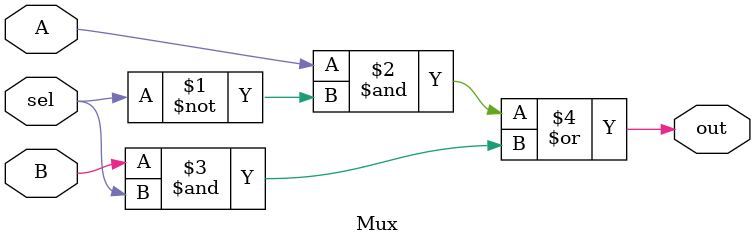
<source format=v>
module Mux(A, B, sel, out);
    input A, B, sel;
    output out;

    assign out = (A & ~sel) | (B & sel);
endmodule

</source>
